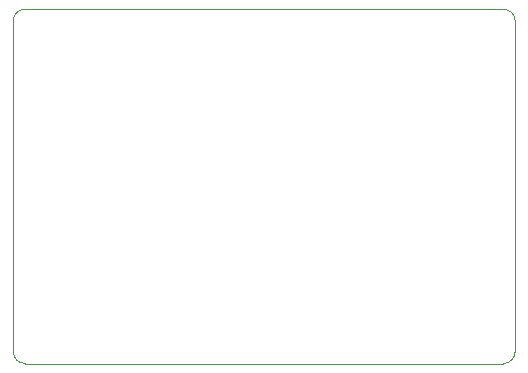
<source format=gbr>
%TF.GenerationSoftware,KiCad,Pcbnew,7.0.7*%
%TF.CreationDate,2024-04-13T16:38:44+09:00*%
%TF.ProjectId,Wi-SUN_Board,57692d53-554e-45f4-926f-6172642e6b69,0.1.2*%
%TF.SameCoordinates,Original*%
%TF.FileFunction,Profile,NP*%
%FSLAX46Y46*%
G04 Gerber Fmt 4.6, Leading zero omitted, Abs format (unit mm)*
G04 Created by KiCad (PCBNEW 7.0.7) date 2024-04-13 16:38:44*
%MOMM*%
%LPD*%
G01*
G04 APERTURE LIST*
%TA.AperFunction,Profile*%
%ADD10C,0.100000*%
%TD*%
G04 APERTURE END LIST*
D10*
X194250000Y-129000000D02*
G75*
G03*
X195250000Y-128000000I0J1000000D01*
G01*
X195250000Y-100000000D02*
G75*
G03*
X194250000Y-99000000I-1000000J0D01*
G01*
X194250000Y-99000000D02*
X153750000Y-99000000D01*
X195250000Y-128000000D02*
X195250000Y-100000000D01*
X152757100Y-128000000D02*
G75*
G03*
X153757107Y-129000000I1000000J0D01*
G01*
X152750000Y-100000000D02*
X152750000Y-128000000D01*
X153750000Y-129000000D02*
X194250000Y-129000000D01*
X153750000Y-99000000D02*
G75*
G03*
X152750000Y-100000000I0J-1000000D01*
G01*
M02*

</source>
